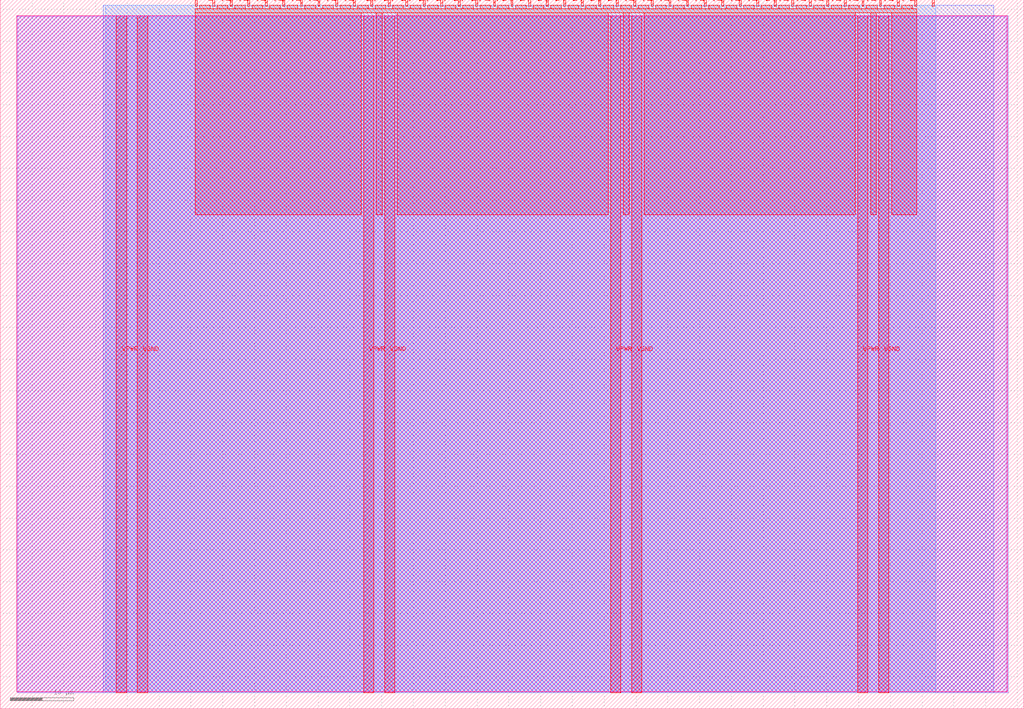
<source format=lef>
VERSION 5.7 ;
  NOWIREEXTENSIONATPIN ON ;
  DIVIDERCHAR "/" ;
  BUSBITCHARS "[]" ;
MACRO tt_um_rebeccargb_colorbars
  CLASS BLOCK ;
  FOREIGN tt_um_rebeccargb_colorbars ;
  ORIGIN 0.000 0.000 ;
  SIZE 161.000 BY 111.520 ;
  PIN VGND
    DIRECTION INOUT ;
    USE GROUND ;
    PORT
      LAYER met4 ;
        RECT 21.580 2.480 23.180 109.040 ;
    END
    PORT
      LAYER met4 ;
        RECT 60.450 2.480 62.050 109.040 ;
    END
    PORT
      LAYER met4 ;
        RECT 99.320 2.480 100.920 109.040 ;
    END
    PORT
      LAYER met4 ;
        RECT 138.190 2.480 139.790 109.040 ;
    END
  END VGND
  PIN VPWR
    DIRECTION INOUT ;
    USE POWER ;
    PORT
      LAYER met4 ;
        RECT 18.280 2.480 19.880 109.040 ;
    END
    PORT
      LAYER met4 ;
        RECT 57.150 2.480 58.750 109.040 ;
    END
    PORT
      LAYER met4 ;
        RECT 96.020 2.480 97.620 109.040 ;
    END
    PORT
      LAYER met4 ;
        RECT 134.890 2.480 136.490 109.040 ;
    END
  END VPWR
  PIN clk
    DIRECTION INPUT ;
    USE SIGNAL ;
    ANTENNAGATEAREA 0.852000 ;
    PORT
      LAYER met4 ;
        RECT 143.830 110.520 144.130 111.520 ;
    END
  END clk
  PIN ena
    DIRECTION INPUT ;
    USE SIGNAL ;
    PORT
      LAYER met4 ;
        RECT 146.590 110.520 146.890 111.520 ;
    END
  END ena
  PIN rst_n
    DIRECTION INPUT ;
    USE SIGNAL ;
    ANTENNAGATEAREA 0.159000 ;
    PORT
      LAYER met4 ;
        RECT 141.070 110.520 141.370 111.520 ;
    END
  END rst_n
  PIN ui_in[0]
    DIRECTION INPUT ;
    USE SIGNAL ;
    ANTENNAGATEAREA 0.196500 ;
    PORT
      LAYER met4 ;
        RECT 138.310 110.520 138.610 111.520 ;
    END
  END ui_in[0]
  PIN ui_in[1]
    DIRECTION INPUT ;
    USE SIGNAL ;
    ANTENNAGATEAREA 0.196500 ;
    PORT
      LAYER met4 ;
        RECT 135.550 110.520 135.850 111.520 ;
    END
  END ui_in[1]
  PIN ui_in[2]
    DIRECTION INPUT ;
    USE SIGNAL ;
    ANTENNAGATEAREA 0.196500 ;
    PORT
      LAYER met4 ;
        RECT 132.790 110.520 133.090 111.520 ;
    END
  END ui_in[2]
  PIN ui_in[3]
    DIRECTION INPUT ;
    USE SIGNAL ;
    ANTENNAGATEAREA 0.196500 ;
    PORT
      LAYER met4 ;
        RECT 130.030 110.520 130.330 111.520 ;
    END
  END ui_in[3]
  PIN ui_in[4]
    DIRECTION INPUT ;
    USE SIGNAL ;
    ANTENNAGATEAREA 0.196500 ;
    PORT
      LAYER met4 ;
        RECT 127.270 110.520 127.570 111.520 ;
    END
  END ui_in[4]
  PIN ui_in[5]
    DIRECTION INPUT ;
    USE SIGNAL ;
    ANTENNAGATEAREA 0.196500 ;
    PORT
      LAYER met4 ;
        RECT 124.510 110.520 124.810 111.520 ;
    END
  END ui_in[5]
  PIN ui_in[6]
    DIRECTION INPUT ;
    USE SIGNAL ;
    ANTENNAGATEAREA 0.196500 ;
    PORT
      LAYER met4 ;
        RECT 121.750 110.520 122.050 111.520 ;
    END
  END ui_in[6]
  PIN ui_in[7]
    DIRECTION INPUT ;
    USE SIGNAL ;
    ANTENNAGATEAREA 0.196500 ;
    PORT
      LAYER met4 ;
        RECT 118.990 110.520 119.290 111.520 ;
    END
  END ui_in[7]
  PIN uio_in[0]
    DIRECTION INPUT ;
    USE SIGNAL ;
    PORT
      LAYER met4 ;
        RECT 116.230 110.520 116.530 111.520 ;
    END
  END uio_in[0]
  PIN uio_in[1]
    DIRECTION INPUT ;
    USE SIGNAL ;
    PORT
      LAYER met4 ;
        RECT 113.470 110.520 113.770 111.520 ;
    END
  END uio_in[1]
  PIN uio_in[2]
    DIRECTION INPUT ;
    USE SIGNAL ;
    PORT
      LAYER met4 ;
        RECT 110.710 110.520 111.010 111.520 ;
    END
  END uio_in[2]
  PIN uio_in[3]
    DIRECTION INPUT ;
    USE SIGNAL ;
    PORT
      LAYER met4 ;
        RECT 107.950 110.520 108.250 111.520 ;
    END
  END uio_in[3]
  PIN uio_in[4]
    DIRECTION INPUT ;
    USE SIGNAL ;
    PORT
      LAYER met4 ;
        RECT 105.190 110.520 105.490 111.520 ;
    END
  END uio_in[4]
  PIN uio_in[5]
    DIRECTION INPUT ;
    USE SIGNAL ;
    PORT
      LAYER met4 ;
        RECT 102.430 110.520 102.730 111.520 ;
    END
  END uio_in[5]
  PIN uio_in[6]
    DIRECTION INPUT ;
    USE SIGNAL ;
    PORT
      LAYER met4 ;
        RECT 99.670 110.520 99.970 111.520 ;
    END
  END uio_in[6]
  PIN uio_in[7]
    DIRECTION INPUT ;
    USE SIGNAL ;
    PORT
      LAYER met4 ;
        RECT 96.910 110.520 97.210 111.520 ;
    END
  END uio_in[7]
  PIN uio_oe[0]
    DIRECTION OUTPUT ;
    USE SIGNAL ;
    PORT
      LAYER met4 ;
        RECT 49.990 110.520 50.290 111.520 ;
    END
  END uio_oe[0]
  PIN uio_oe[1]
    DIRECTION OUTPUT ;
    USE SIGNAL ;
    PORT
      LAYER met4 ;
        RECT 47.230 110.520 47.530 111.520 ;
    END
  END uio_oe[1]
  PIN uio_oe[2]
    DIRECTION OUTPUT ;
    USE SIGNAL ;
    PORT
      LAYER met4 ;
        RECT 44.470 110.520 44.770 111.520 ;
    END
  END uio_oe[2]
  PIN uio_oe[3]
    DIRECTION OUTPUT ;
    USE SIGNAL ;
    PORT
      LAYER met4 ;
        RECT 41.710 110.520 42.010 111.520 ;
    END
  END uio_oe[3]
  PIN uio_oe[4]
    DIRECTION OUTPUT ;
    USE SIGNAL ;
    PORT
      LAYER met4 ;
        RECT 38.950 110.520 39.250 111.520 ;
    END
  END uio_oe[4]
  PIN uio_oe[5]
    DIRECTION OUTPUT ;
    USE SIGNAL ;
    PORT
      LAYER met4 ;
        RECT 36.190 110.520 36.490 111.520 ;
    END
  END uio_oe[5]
  PIN uio_oe[6]
    DIRECTION OUTPUT ;
    USE SIGNAL ;
    PORT
      LAYER met4 ;
        RECT 33.430 110.520 33.730 111.520 ;
    END
  END uio_oe[6]
  PIN uio_oe[7]
    DIRECTION OUTPUT ;
    USE SIGNAL ;
    PORT
      LAYER met4 ;
        RECT 30.670 110.520 30.970 111.520 ;
    END
  END uio_oe[7]
  PIN uio_out[0]
    DIRECTION OUTPUT ;
    USE SIGNAL ;
    ANTENNAGATEAREA 0.990000 ;
    ANTENNADIFFAREA 1.075200 ;
    PORT
      LAYER met4 ;
        RECT 72.070 110.520 72.370 111.520 ;
    END
  END uio_out[0]
  PIN uio_out[1]
    DIRECTION OUTPUT ;
    USE SIGNAL ;
    ANTENNAGATEAREA 2.475000 ;
    ANTENNADIFFAREA 0.891000 ;
    PORT
      LAYER met4 ;
        RECT 69.310 110.520 69.610 111.520 ;
    END
  END uio_out[1]
  PIN uio_out[2]
    DIRECTION OUTPUT ;
    USE SIGNAL ;
    ANTENNAGATEAREA 1.984500 ;
    ANTENNADIFFAREA 2.862000 ;
    PORT
      LAYER met4 ;
        RECT 66.550 110.520 66.850 111.520 ;
    END
  END uio_out[2]
  PIN uio_out[3]
    DIRECTION OUTPUT ;
    USE SIGNAL ;
    ANTENNAGATEAREA 1.522500 ;
    ANTENNADIFFAREA 0.891000 ;
    PORT
      LAYER met4 ;
        RECT 63.790 110.520 64.090 111.520 ;
    END
  END uio_out[3]
  PIN uio_out[4]
    DIRECTION OUTPUT ;
    USE SIGNAL ;
    ANTENNAGATEAREA 2.353500 ;
    ANTENNADIFFAREA 1.590400 ;
    PORT
      LAYER met4 ;
        RECT 61.030 110.520 61.330 111.520 ;
    END
  END uio_out[4]
  PIN uio_out[5]
    DIRECTION OUTPUT ;
    USE SIGNAL ;
    ANTENNAGATEAREA 2.106000 ;
    ANTENNADIFFAREA 0.891000 ;
    PORT
      LAYER met4 ;
        RECT 58.270 110.520 58.570 111.520 ;
    END
  END uio_out[5]
  PIN uio_out[6]
    DIRECTION OUTPUT ;
    USE SIGNAL ;
    ANTENNAGATEAREA 0.990000 ;
    ANTENNADIFFAREA 1.336500 ;
    PORT
      LAYER met4 ;
        RECT 55.510 110.520 55.810 111.520 ;
    END
  END uio_out[6]
  PIN uio_out[7]
    DIRECTION OUTPUT ;
    USE SIGNAL ;
    ANTENNAGATEAREA 1.440000 ;
    ANTENNADIFFAREA 2.862000 ;
    PORT
      LAYER met4 ;
        RECT 52.750 110.520 53.050 111.520 ;
    END
  END uio_out[7]
  PIN uo_out[0]
    DIRECTION OUTPUT ;
    USE SIGNAL ;
    ANTENNADIFFAREA 1.242000 ;
    PORT
      LAYER met4 ;
        RECT 94.150 110.520 94.450 111.520 ;
    END
  END uo_out[0]
  PIN uo_out[1]
    DIRECTION OUTPUT ;
    USE SIGNAL ;
    ANTENNADIFFAREA 1.288000 ;
    PORT
      LAYER met4 ;
        RECT 91.390 110.520 91.690 111.520 ;
    END
  END uo_out[1]
  PIN uo_out[2]
    DIRECTION OUTPUT ;
    USE SIGNAL ;
    ANTENNADIFFAREA 1.242000 ;
    PORT
      LAYER met4 ;
        RECT 88.630 110.520 88.930 111.520 ;
    END
  END uo_out[2]
  PIN uo_out[3]
    DIRECTION OUTPUT ;
    USE SIGNAL ;
    ANTENNADIFFAREA 0.445500 ;
    PORT
      LAYER met4 ;
        RECT 85.870 110.520 86.170 111.520 ;
    END
  END uo_out[3]
  PIN uo_out[4]
    DIRECTION OUTPUT ;
    USE SIGNAL ;
    ANTENNADIFFAREA 1.288000 ;
    PORT
      LAYER met4 ;
        RECT 83.110 110.520 83.410 111.520 ;
    END
  END uo_out[4]
  PIN uo_out[5]
    DIRECTION OUTPUT ;
    USE SIGNAL ;
    ANTENNADIFFAREA 0.445500 ;
    PORT
      LAYER met4 ;
        RECT 80.350 110.520 80.650 111.520 ;
    END
  END uo_out[5]
  PIN uo_out[6]
    DIRECTION OUTPUT ;
    USE SIGNAL ;
    ANTENNADIFFAREA 1.288000 ;
    PORT
      LAYER met4 ;
        RECT 77.590 110.520 77.890 111.520 ;
    END
  END uo_out[6]
  PIN uo_out[7]
    DIRECTION OUTPUT ;
    USE SIGNAL ;
    ANTENNADIFFAREA 0.445500 ;
    PORT
      LAYER met4 ;
        RECT 74.830 110.520 75.130 111.520 ;
    END
  END uo_out[7]
  OBS
      LAYER nwell ;
        RECT 2.570 2.635 158.430 108.990 ;
      LAYER li1 ;
        RECT 2.760 2.635 158.240 108.885 ;
      LAYER met1 ;
        RECT 2.760 2.480 158.540 109.040 ;
      LAYER met2 ;
        RECT 16.200 2.535 156.300 110.685 ;
      LAYER met3 ;
        RECT 16.625 2.555 147.135 110.665 ;
      LAYER met4 ;
        RECT 31.370 110.120 33.030 110.665 ;
        RECT 34.130 110.120 35.790 110.665 ;
        RECT 36.890 110.120 38.550 110.665 ;
        RECT 39.650 110.120 41.310 110.665 ;
        RECT 42.410 110.120 44.070 110.665 ;
        RECT 45.170 110.120 46.830 110.665 ;
        RECT 47.930 110.120 49.590 110.665 ;
        RECT 50.690 110.120 52.350 110.665 ;
        RECT 53.450 110.120 55.110 110.665 ;
        RECT 56.210 110.120 57.870 110.665 ;
        RECT 58.970 110.120 60.630 110.665 ;
        RECT 61.730 110.120 63.390 110.665 ;
        RECT 64.490 110.120 66.150 110.665 ;
        RECT 67.250 110.120 68.910 110.665 ;
        RECT 70.010 110.120 71.670 110.665 ;
        RECT 72.770 110.120 74.430 110.665 ;
        RECT 75.530 110.120 77.190 110.665 ;
        RECT 78.290 110.120 79.950 110.665 ;
        RECT 81.050 110.120 82.710 110.665 ;
        RECT 83.810 110.120 85.470 110.665 ;
        RECT 86.570 110.120 88.230 110.665 ;
        RECT 89.330 110.120 90.990 110.665 ;
        RECT 92.090 110.120 93.750 110.665 ;
        RECT 94.850 110.120 96.510 110.665 ;
        RECT 97.610 110.120 99.270 110.665 ;
        RECT 100.370 110.120 102.030 110.665 ;
        RECT 103.130 110.120 104.790 110.665 ;
        RECT 105.890 110.120 107.550 110.665 ;
        RECT 108.650 110.120 110.310 110.665 ;
        RECT 111.410 110.120 113.070 110.665 ;
        RECT 114.170 110.120 115.830 110.665 ;
        RECT 116.930 110.120 118.590 110.665 ;
        RECT 119.690 110.120 121.350 110.665 ;
        RECT 122.450 110.120 124.110 110.665 ;
        RECT 125.210 110.120 126.870 110.665 ;
        RECT 127.970 110.120 129.630 110.665 ;
        RECT 130.730 110.120 132.390 110.665 ;
        RECT 133.490 110.120 135.150 110.665 ;
        RECT 136.250 110.120 137.910 110.665 ;
        RECT 139.010 110.120 140.670 110.665 ;
        RECT 141.770 110.120 143.430 110.665 ;
        RECT 30.655 109.440 144.145 110.120 ;
        RECT 30.655 77.695 56.750 109.440 ;
        RECT 59.150 77.695 60.050 109.440 ;
        RECT 62.450 77.695 95.620 109.440 ;
        RECT 98.020 77.695 98.920 109.440 ;
        RECT 101.320 77.695 134.490 109.440 ;
        RECT 136.890 77.695 137.790 109.440 ;
        RECT 140.190 77.695 144.145 109.440 ;
  END
END tt_um_rebeccargb_colorbars
END LIBRARY


</source>
